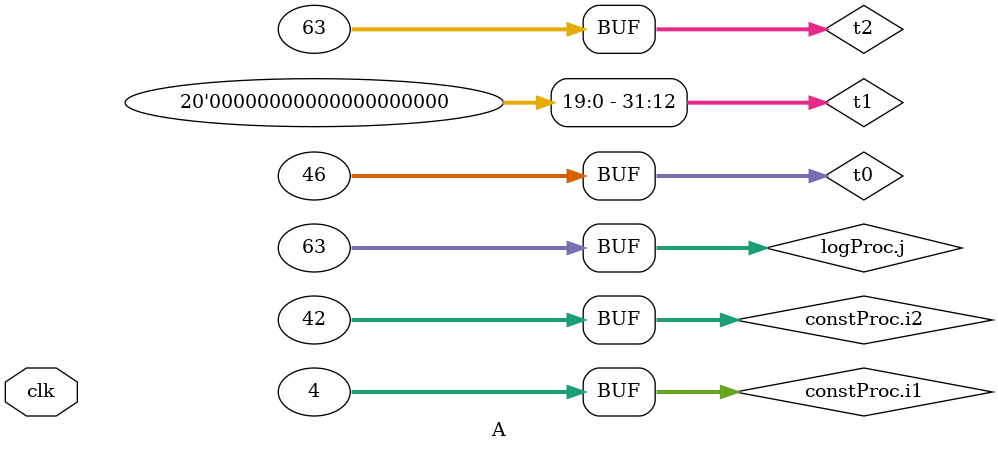
<source format=sv>

module A // "a_mod"
(
    input logic clk
);

// Variables generated for SystemC signals
logic signed [31:0] t0;
logic signed [31:0] t1;
logic signed [31:0] t2;

// Local parameters generated for C++ constants
localparam logic [31:0] M1 = 4;
localparam logic [31:0] M2 = 42;
localparam logic [31:0] myLog = 6;
localparam logic [31:0] myLog0 = 7;
localparam logic [31:0] myLog1 = 13;
localparam logic [31:0] myLog2 = 32;
localparam logic [31:0] myLog3 = 63;
localparam logic [31:0] myLog20 = 6;
localparam logic [31:0] myLog21 = 7;
localparam logic [31:0] myLog22 = 13;
localparam logic [31:0] myLog23 = 32;
localparam logic [31:0] myLog24 = 63;

//------------------------------------------------------------------------------
// Method process: constProc (test_constexpr.cpp:53:5) 

always_comb 
begin : constProc     // test_constexpr.cpp:53:5
    integer unsigned i1;
    integer unsigned i2;
    i1 = M1;
    i2 = M2;
    t0 = i1 + i2;
end

//------------------------------------------------------------------------------
// Method process: arrProc (test_constexpr.cpp:61:5) 

always_comb 
begin : arrProc     // test_constexpr.cpp:61:5
    integer arr2[12];
    logic [11:0] a;
    a = arr2[0];
    t1 = a;
end

//------------------------------------------------------------------------------
// Method process: logProc (test_constexpr.cpp:72:5) 

always_comb 
begin : logProc     // test_constexpr.cpp:72:5
    integer unsigned j;
    j = myLog;
    j = myLog0;
    j = myLog1;
    j = myLog2;
    j = myLog3;
    j = myLog20;
    j = myLog21;
    j = myLog22;
    j = myLog23;
    j = myLog24;
    t2 = j;
end

endmodule



</source>
